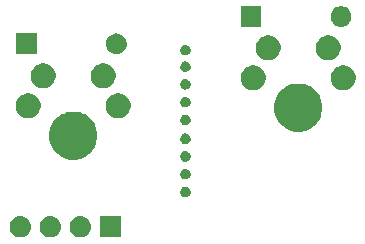
<source format=gbr>
G04 #@! TF.GenerationSoftware,KiCad,Pcbnew,(5.1.0)-1*
G04 #@! TF.CreationDate,2020-09-20T23:01:36+10:00*
G04 #@! TF.ProjectId,oddball,6f646462-616c-46c2-9e6b-696361645f70,rev?*
G04 #@! TF.SameCoordinates,Original*
G04 #@! TF.FileFunction,Soldermask,Top*
G04 #@! TF.FilePolarity,Negative*
%FSLAX46Y46*%
G04 Gerber Fmt 4.6, Leading zero omitted, Abs format (unit mm)*
G04 Created by KiCad (PCBNEW (5.1.0)-1) date 2020-09-20 23:01:36*
%MOMM*%
%LPD*%
G04 APERTURE LIST*
%ADD10C,0.150000*%
G04 APERTURE END LIST*
D10*
G36*
X214641000Y-115751000D02*
G01*
X212839000Y-115751000D01*
X212839000Y-113949000D01*
X214641000Y-113949000D01*
X214641000Y-115751000D01*
X214641000Y-115751000D01*
G37*
G36*
X206230443Y-113955519D02*
G01*
X206296627Y-113962037D01*
X206466466Y-114013557D01*
X206622991Y-114097222D01*
X206658729Y-114126552D01*
X206760186Y-114209814D01*
X206843448Y-114311271D01*
X206872778Y-114347009D01*
X206956443Y-114503534D01*
X207007963Y-114673373D01*
X207025359Y-114850000D01*
X207007963Y-115026627D01*
X206956443Y-115196466D01*
X206872778Y-115352991D01*
X206843448Y-115388729D01*
X206760186Y-115490186D01*
X206658729Y-115573448D01*
X206622991Y-115602778D01*
X206466466Y-115686443D01*
X206296627Y-115737963D01*
X206230442Y-115744482D01*
X206164260Y-115751000D01*
X206075740Y-115751000D01*
X206009558Y-115744482D01*
X205943373Y-115737963D01*
X205773534Y-115686443D01*
X205617009Y-115602778D01*
X205581271Y-115573448D01*
X205479814Y-115490186D01*
X205396552Y-115388729D01*
X205367222Y-115352991D01*
X205283557Y-115196466D01*
X205232037Y-115026627D01*
X205214641Y-114850000D01*
X205232037Y-114673373D01*
X205283557Y-114503534D01*
X205367222Y-114347009D01*
X205396552Y-114311271D01*
X205479814Y-114209814D01*
X205581271Y-114126552D01*
X205617009Y-114097222D01*
X205773534Y-114013557D01*
X205943373Y-113962037D01*
X206009557Y-113955519D01*
X206075740Y-113949000D01*
X206164260Y-113949000D01*
X206230443Y-113955519D01*
X206230443Y-113955519D01*
G37*
G36*
X208770443Y-113955519D02*
G01*
X208836627Y-113962037D01*
X209006466Y-114013557D01*
X209162991Y-114097222D01*
X209198729Y-114126552D01*
X209300186Y-114209814D01*
X209383448Y-114311271D01*
X209412778Y-114347009D01*
X209496443Y-114503534D01*
X209547963Y-114673373D01*
X209565359Y-114850000D01*
X209547963Y-115026627D01*
X209496443Y-115196466D01*
X209412778Y-115352991D01*
X209383448Y-115388729D01*
X209300186Y-115490186D01*
X209198729Y-115573448D01*
X209162991Y-115602778D01*
X209006466Y-115686443D01*
X208836627Y-115737963D01*
X208770442Y-115744482D01*
X208704260Y-115751000D01*
X208615740Y-115751000D01*
X208549558Y-115744482D01*
X208483373Y-115737963D01*
X208313534Y-115686443D01*
X208157009Y-115602778D01*
X208121271Y-115573448D01*
X208019814Y-115490186D01*
X207936552Y-115388729D01*
X207907222Y-115352991D01*
X207823557Y-115196466D01*
X207772037Y-115026627D01*
X207754641Y-114850000D01*
X207772037Y-114673373D01*
X207823557Y-114503534D01*
X207907222Y-114347009D01*
X207936552Y-114311271D01*
X208019814Y-114209814D01*
X208121271Y-114126552D01*
X208157009Y-114097222D01*
X208313534Y-114013557D01*
X208483373Y-113962037D01*
X208549557Y-113955519D01*
X208615740Y-113949000D01*
X208704260Y-113949000D01*
X208770443Y-113955519D01*
X208770443Y-113955519D01*
G37*
G36*
X211310443Y-113955519D02*
G01*
X211376627Y-113962037D01*
X211546466Y-114013557D01*
X211702991Y-114097222D01*
X211738729Y-114126552D01*
X211840186Y-114209814D01*
X211923448Y-114311271D01*
X211952778Y-114347009D01*
X212036443Y-114503534D01*
X212087963Y-114673373D01*
X212105359Y-114850000D01*
X212087963Y-115026627D01*
X212036443Y-115196466D01*
X211952778Y-115352991D01*
X211923448Y-115388729D01*
X211840186Y-115490186D01*
X211738729Y-115573448D01*
X211702991Y-115602778D01*
X211546466Y-115686443D01*
X211376627Y-115737963D01*
X211310442Y-115744482D01*
X211244260Y-115751000D01*
X211155740Y-115751000D01*
X211089558Y-115744482D01*
X211023373Y-115737963D01*
X210853534Y-115686443D01*
X210697009Y-115602778D01*
X210661271Y-115573448D01*
X210559814Y-115490186D01*
X210476552Y-115388729D01*
X210447222Y-115352991D01*
X210363557Y-115196466D01*
X210312037Y-115026627D01*
X210294641Y-114850000D01*
X210312037Y-114673373D01*
X210363557Y-114503534D01*
X210447222Y-114347009D01*
X210476552Y-114311271D01*
X210559814Y-114209814D01*
X210661271Y-114126552D01*
X210697009Y-114097222D01*
X210853534Y-114013557D01*
X211023373Y-113962037D01*
X211089557Y-113955519D01*
X211155740Y-113949000D01*
X211244260Y-113949000D01*
X211310443Y-113955519D01*
X211310443Y-113955519D01*
G37*
G36*
X220187176Y-111461735D02*
G01*
X220271002Y-111487164D01*
X220348257Y-111528457D01*
X220348258Y-111528458D01*
X220348260Y-111528459D01*
X220415972Y-111584028D01*
X220471541Y-111651740D01*
X220471543Y-111651743D01*
X220512836Y-111728998D01*
X220538265Y-111812824D01*
X220546851Y-111900000D01*
X220538265Y-111987176D01*
X220512836Y-112071002D01*
X220471543Y-112148257D01*
X220471541Y-112148260D01*
X220415972Y-112215972D01*
X220348260Y-112271541D01*
X220348258Y-112271542D01*
X220348257Y-112271543D01*
X220271002Y-112312836D01*
X220187176Y-112338265D01*
X220121840Y-112344700D01*
X220078160Y-112344700D01*
X220012824Y-112338265D01*
X219928998Y-112312836D01*
X219851743Y-112271543D01*
X219851742Y-112271542D01*
X219851740Y-112271541D01*
X219784028Y-112215972D01*
X219728459Y-112148260D01*
X219728457Y-112148257D01*
X219687164Y-112071002D01*
X219661735Y-111987176D01*
X219653149Y-111900000D01*
X219661735Y-111812824D01*
X219687164Y-111728998D01*
X219728457Y-111651743D01*
X219728459Y-111651740D01*
X219784028Y-111584028D01*
X219851740Y-111528459D01*
X219851742Y-111528458D01*
X219851743Y-111528457D01*
X219928998Y-111487164D01*
X220012824Y-111461735D01*
X220078160Y-111455300D01*
X220121840Y-111455300D01*
X220187176Y-111461735D01*
X220187176Y-111461735D01*
G37*
G36*
X220187176Y-109961735D02*
G01*
X220271002Y-109987164D01*
X220348257Y-110028457D01*
X220348258Y-110028458D01*
X220348260Y-110028459D01*
X220415972Y-110084028D01*
X220471541Y-110151740D01*
X220471543Y-110151743D01*
X220512836Y-110228998D01*
X220538265Y-110312824D01*
X220546851Y-110400000D01*
X220538265Y-110487176D01*
X220512836Y-110571002D01*
X220471543Y-110648257D01*
X220471541Y-110648260D01*
X220415972Y-110715972D01*
X220348260Y-110771541D01*
X220348258Y-110771542D01*
X220348257Y-110771543D01*
X220271002Y-110812836D01*
X220187176Y-110838265D01*
X220121840Y-110844700D01*
X220078160Y-110844700D01*
X220012824Y-110838265D01*
X219928998Y-110812836D01*
X219851743Y-110771543D01*
X219851742Y-110771542D01*
X219851740Y-110771541D01*
X219784028Y-110715972D01*
X219728459Y-110648260D01*
X219728457Y-110648257D01*
X219687164Y-110571002D01*
X219661735Y-110487176D01*
X219653149Y-110400000D01*
X219661735Y-110312824D01*
X219687164Y-110228998D01*
X219728457Y-110151743D01*
X219728459Y-110151740D01*
X219784028Y-110084028D01*
X219851740Y-110028459D01*
X219851742Y-110028458D01*
X219851743Y-110028457D01*
X219928998Y-109987164D01*
X220012824Y-109961735D01*
X220078160Y-109955300D01*
X220121840Y-109955300D01*
X220187176Y-109961735D01*
X220187176Y-109961735D01*
G37*
G36*
X220187176Y-108461735D02*
G01*
X220271002Y-108487164D01*
X220348257Y-108528457D01*
X220348258Y-108528458D01*
X220348260Y-108528459D01*
X220415972Y-108584028D01*
X220471541Y-108651740D01*
X220471543Y-108651743D01*
X220512836Y-108728998D01*
X220538265Y-108812824D01*
X220546851Y-108900000D01*
X220538265Y-108987176D01*
X220512836Y-109071002D01*
X220471543Y-109148257D01*
X220471541Y-109148260D01*
X220415972Y-109215972D01*
X220348260Y-109271541D01*
X220348258Y-109271542D01*
X220348257Y-109271543D01*
X220271002Y-109312836D01*
X220187176Y-109338265D01*
X220121840Y-109344700D01*
X220078160Y-109344700D01*
X220012824Y-109338265D01*
X219928998Y-109312836D01*
X219851743Y-109271543D01*
X219851742Y-109271542D01*
X219851740Y-109271541D01*
X219784028Y-109215972D01*
X219728459Y-109148260D01*
X219728457Y-109148257D01*
X219687164Y-109071002D01*
X219661735Y-108987176D01*
X219653149Y-108900000D01*
X219661735Y-108812824D01*
X219687164Y-108728998D01*
X219728457Y-108651743D01*
X219728459Y-108651740D01*
X219784028Y-108584028D01*
X219851740Y-108528459D01*
X219851742Y-108528458D01*
X219851743Y-108528457D01*
X219928998Y-108487164D01*
X220012824Y-108461735D01*
X220078160Y-108455300D01*
X220121840Y-108455300D01*
X220187176Y-108461735D01*
X220187176Y-108461735D01*
G37*
G36*
X211196474Y-105183684D02*
G01*
X211414474Y-105273983D01*
X211568623Y-105337833D01*
X211903548Y-105561623D01*
X212188377Y-105846452D01*
X212412167Y-106181377D01*
X212438396Y-106244700D01*
X212566316Y-106553526D01*
X212644900Y-106948594D01*
X212644900Y-107351406D01*
X212566316Y-107746474D01*
X212555932Y-107771543D01*
X212412167Y-108118623D01*
X212188377Y-108453548D01*
X211903548Y-108738377D01*
X211568623Y-108962167D01*
X211414474Y-109026017D01*
X211196474Y-109116316D01*
X210801406Y-109194900D01*
X210398594Y-109194900D01*
X210003526Y-109116316D01*
X209785526Y-109026017D01*
X209631377Y-108962167D01*
X209296452Y-108738377D01*
X209011623Y-108453548D01*
X208787833Y-108118623D01*
X208644068Y-107771543D01*
X208633684Y-107746474D01*
X208555100Y-107351406D01*
X208555100Y-106948594D01*
X208633684Y-106553526D01*
X208761604Y-106244700D01*
X208787833Y-106181377D01*
X209011623Y-105846452D01*
X209296452Y-105561623D01*
X209631377Y-105337833D01*
X209785526Y-105273983D01*
X210003526Y-105183684D01*
X210398594Y-105105100D01*
X210801406Y-105105100D01*
X211196474Y-105183684D01*
X211196474Y-105183684D01*
G37*
G36*
X220187176Y-106961735D02*
G01*
X220271002Y-106987164D01*
X220348257Y-107028457D01*
X220348258Y-107028458D01*
X220348260Y-107028459D01*
X220415972Y-107084028D01*
X220471541Y-107151740D01*
X220471543Y-107151743D01*
X220512836Y-107228998D01*
X220538265Y-107312824D01*
X220546851Y-107400000D01*
X220538265Y-107487176D01*
X220512836Y-107571002D01*
X220471543Y-107648257D01*
X220471541Y-107648260D01*
X220415972Y-107715972D01*
X220348260Y-107771541D01*
X220348258Y-107771542D01*
X220348257Y-107771543D01*
X220271002Y-107812836D01*
X220187176Y-107838265D01*
X220121840Y-107844700D01*
X220078160Y-107844700D01*
X220012824Y-107838265D01*
X219928998Y-107812836D01*
X219851743Y-107771543D01*
X219851742Y-107771542D01*
X219851740Y-107771541D01*
X219784028Y-107715972D01*
X219728459Y-107648260D01*
X219728457Y-107648257D01*
X219687164Y-107571002D01*
X219661735Y-107487176D01*
X219653149Y-107400000D01*
X219661735Y-107312824D01*
X219687164Y-107228998D01*
X219728457Y-107151743D01*
X219728459Y-107151740D01*
X219784028Y-107084028D01*
X219851740Y-107028459D01*
X219851742Y-107028458D01*
X219851743Y-107028457D01*
X219928998Y-106987164D01*
X220012824Y-106961735D01*
X220078160Y-106955300D01*
X220121840Y-106955300D01*
X220187176Y-106961735D01*
X220187176Y-106961735D01*
G37*
G36*
X230246474Y-102813684D02*
G01*
X230421941Y-102886365D01*
X230618623Y-102967833D01*
X230953548Y-103191623D01*
X231238377Y-103476452D01*
X231462167Y-103811377D01*
X231462167Y-103811378D01*
X231616316Y-104183526D01*
X231694900Y-104578594D01*
X231694900Y-104981406D01*
X231616316Y-105376474D01*
X231543718Y-105551740D01*
X231462167Y-105748623D01*
X231238377Y-106083548D01*
X230953548Y-106368377D01*
X230618623Y-106592167D01*
X230464474Y-106656017D01*
X230246474Y-106746316D01*
X229851406Y-106824900D01*
X229448594Y-106824900D01*
X229053526Y-106746316D01*
X228835526Y-106656017D01*
X228681377Y-106592167D01*
X228346452Y-106368377D01*
X228061623Y-106083548D01*
X227837833Y-105748623D01*
X227756282Y-105551740D01*
X227683684Y-105376474D01*
X227605100Y-104981406D01*
X227605100Y-104578594D01*
X227683684Y-104183526D01*
X227837833Y-103811378D01*
X227837833Y-103811377D01*
X228061623Y-103476452D01*
X228346452Y-103191623D01*
X228681377Y-102967833D01*
X228878059Y-102886365D01*
X229053526Y-102813684D01*
X229448594Y-102735100D01*
X229851406Y-102735100D01*
X230246474Y-102813684D01*
X230246474Y-102813684D01*
G37*
G36*
X220187176Y-105361735D02*
G01*
X220271002Y-105387164D01*
X220348257Y-105428457D01*
X220348258Y-105428458D01*
X220348260Y-105428459D01*
X220415972Y-105484028D01*
X220471541Y-105551740D01*
X220471543Y-105551743D01*
X220512836Y-105628998D01*
X220538265Y-105712824D01*
X220546851Y-105800000D01*
X220538265Y-105887176D01*
X220512836Y-105971002D01*
X220471543Y-106048257D01*
X220471541Y-106048260D01*
X220415972Y-106115972D01*
X220348260Y-106171541D01*
X220348258Y-106171542D01*
X220348257Y-106171543D01*
X220271002Y-106212836D01*
X220187176Y-106238265D01*
X220121840Y-106244700D01*
X220078160Y-106244700D01*
X220012824Y-106238265D01*
X219928998Y-106212836D01*
X219851743Y-106171543D01*
X219851742Y-106171542D01*
X219851740Y-106171541D01*
X219784028Y-106115972D01*
X219728459Y-106048260D01*
X219728457Y-106048257D01*
X219687164Y-105971002D01*
X219661735Y-105887176D01*
X219653149Y-105800000D01*
X219661735Y-105712824D01*
X219687164Y-105628998D01*
X219728457Y-105551743D01*
X219728459Y-105551740D01*
X219784028Y-105484028D01*
X219851740Y-105428459D01*
X219851742Y-105428458D01*
X219851743Y-105428457D01*
X219928998Y-105387164D01*
X220012824Y-105361735D01*
X220078160Y-105355300D01*
X220121840Y-105355300D01*
X220187176Y-105361735D01*
X220187176Y-105361735D01*
G37*
G36*
X214716564Y-103599389D02*
G01*
X214907833Y-103678615D01*
X214907835Y-103678616D01*
X215079973Y-103793635D01*
X215226365Y-103940027D01*
X215255766Y-103984028D01*
X215341385Y-104112167D01*
X215420611Y-104303436D01*
X215461000Y-104506484D01*
X215461000Y-104713516D01*
X215420611Y-104916564D01*
X215342517Y-105105100D01*
X215341384Y-105107835D01*
X215226365Y-105279973D01*
X215079973Y-105426365D01*
X214907835Y-105541384D01*
X214907834Y-105541385D01*
X214907833Y-105541385D01*
X214716564Y-105620611D01*
X214513516Y-105661000D01*
X214306484Y-105661000D01*
X214103436Y-105620611D01*
X213912167Y-105541385D01*
X213912166Y-105541385D01*
X213912165Y-105541384D01*
X213740027Y-105426365D01*
X213593635Y-105279973D01*
X213478616Y-105107835D01*
X213477483Y-105105100D01*
X213399389Y-104916564D01*
X213359000Y-104713516D01*
X213359000Y-104506484D01*
X213399389Y-104303436D01*
X213478615Y-104112167D01*
X213564235Y-103984028D01*
X213593635Y-103940027D01*
X213740027Y-103793635D01*
X213912165Y-103678616D01*
X213912167Y-103678615D01*
X214103436Y-103599389D01*
X214306484Y-103559000D01*
X214513516Y-103559000D01*
X214716564Y-103599389D01*
X214716564Y-103599389D01*
G37*
G36*
X207096564Y-103599389D02*
G01*
X207287833Y-103678615D01*
X207287835Y-103678616D01*
X207459973Y-103793635D01*
X207606365Y-103940027D01*
X207635766Y-103984028D01*
X207721385Y-104112167D01*
X207800611Y-104303436D01*
X207841000Y-104506484D01*
X207841000Y-104713516D01*
X207800611Y-104916564D01*
X207722517Y-105105100D01*
X207721384Y-105107835D01*
X207606365Y-105279973D01*
X207459973Y-105426365D01*
X207287835Y-105541384D01*
X207287834Y-105541385D01*
X207287833Y-105541385D01*
X207096564Y-105620611D01*
X206893516Y-105661000D01*
X206686484Y-105661000D01*
X206483436Y-105620611D01*
X206292167Y-105541385D01*
X206292166Y-105541385D01*
X206292165Y-105541384D01*
X206120027Y-105426365D01*
X205973635Y-105279973D01*
X205858616Y-105107835D01*
X205857483Y-105105100D01*
X205779389Y-104916564D01*
X205739000Y-104713516D01*
X205739000Y-104506484D01*
X205779389Y-104303436D01*
X205858615Y-104112167D01*
X205944235Y-103984028D01*
X205973635Y-103940027D01*
X206120027Y-103793635D01*
X206292165Y-103678616D01*
X206292167Y-103678615D01*
X206483436Y-103599389D01*
X206686484Y-103559000D01*
X206893516Y-103559000D01*
X207096564Y-103599389D01*
X207096564Y-103599389D01*
G37*
G36*
X220187176Y-103861735D02*
G01*
X220271002Y-103887164D01*
X220348257Y-103928457D01*
X220348258Y-103928458D01*
X220348260Y-103928459D01*
X220415972Y-103984028D01*
X220471541Y-104051740D01*
X220471543Y-104051743D01*
X220512836Y-104128998D01*
X220538265Y-104212824D01*
X220546851Y-104300000D01*
X220538265Y-104387176D01*
X220512836Y-104471002D01*
X220471543Y-104548257D01*
X220471541Y-104548260D01*
X220415972Y-104615972D01*
X220348260Y-104671541D01*
X220348258Y-104671542D01*
X220348257Y-104671543D01*
X220271002Y-104712836D01*
X220187176Y-104738265D01*
X220121840Y-104744700D01*
X220078160Y-104744700D01*
X220012824Y-104738265D01*
X219928998Y-104712836D01*
X219851743Y-104671543D01*
X219851742Y-104671542D01*
X219851740Y-104671541D01*
X219784028Y-104615972D01*
X219728459Y-104548260D01*
X219728457Y-104548257D01*
X219687164Y-104471002D01*
X219661735Y-104387176D01*
X219653149Y-104300000D01*
X219661735Y-104212824D01*
X219687164Y-104128998D01*
X219728457Y-104051743D01*
X219728459Y-104051740D01*
X219784028Y-103984028D01*
X219851740Y-103928459D01*
X219851742Y-103928458D01*
X219851743Y-103928457D01*
X219928998Y-103887164D01*
X220012824Y-103861735D01*
X220078160Y-103855300D01*
X220121840Y-103855300D01*
X220187176Y-103861735D01*
X220187176Y-103861735D01*
G37*
G36*
X233766564Y-101229389D02*
G01*
X233937034Y-101300000D01*
X233957835Y-101308616D01*
X234129973Y-101423635D01*
X234276365Y-101570027D01*
X234344195Y-101671541D01*
X234391385Y-101742167D01*
X234470611Y-101933436D01*
X234511000Y-102136484D01*
X234511000Y-102343516D01*
X234470611Y-102546564D01*
X234436465Y-102628999D01*
X234391384Y-102737835D01*
X234276365Y-102909973D01*
X234129973Y-103056365D01*
X233957835Y-103171384D01*
X233957834Y-103171385D01*
X233957833Y-103171385D01*
X233766564Y-103250611D01*
X233563516Y-103291000D01*
X233356484Y-103291000D01*
X233153436Y-103250611D01*
X232962167Y-103171385D01*
X232962166Y-103171385D01*
X232962165Y-103171384D01*
X232790027Y-103056365D01*
X232643635Y-102909973D01*
X232528616Y-102737835D01*
X232483535Y-102628999D01*
X232449389Y-102546564D01*
X232409000Y-102343516D01*
X232409000Y-102136484D01*
X232449389Y-101933436D01*
X232528615Y-101742167D01*
X232575806Y-101671541D01*
X232643635Y-101570027D01*
X232790027Y-101423635D01*
X232962165Y-101308616D01*
X232982966Y-101300000D01*
X233153436Y-101229389D01*
X233356484Y-101189000D01*
X233563516Y-101189000D01*
X233766564Y-101229389D01*
X233766564Y-101229389D01*
G37*
G36*
X226146564Y-101229389D02*
G01*
X226317034Y-101300000D01*
X226337835Y-101308616D01*
X226509973Y-101423635D01*
X226656365Y-101570027D01*
X226724195Y-101671541D01*
X226771385Y-101742167D01*
X226850611Y-101933436D01*
X226891000Y-102136484D01*
X226891000Y-102343516D01*
X226850611Y-102546564D01*
X226816465Y-102628999D01*
X226771384Y-102737835D01*
X226656365Y-102909973D01*
X226509973Y-103056365D01*
X226337835Y-103171384D01*
X226337834Y-103171385D01*
X226337833Y-103171385D01*
X226146564Y-103250611D01*
X225943516Y-103291000D01*
X225736484Y-103291000D01*
X225533436Y-103250611D01*
X225342167Y-103171385D01*
X225342166Y-103171385D01*
X225342165Y-103171384D01*
X225170027Y-103056365D01*
X225023635Y-102909973D01*
X224908616Y-102737835D01*
X224863535Y-102628999D01*
X224829389Y-102546564D01*
X224789000Y-102343516D01*
X224789000Y-102136484D01*
X224829389Y-101933436D01*
X224908615Y-101742167D01*
X224955806Y-101671541D01*
X225023635Y-101570027D01*
X225170027Y-101423635D01*
X225342165Y-101308616D01*
X225362966Y-101300000D01*
X225533436Y-101229389D01*
X225736484Y-101189000D01*
X225943516Y-101189000D01*
X226146564Y-101229389D01*
X226146564Y-101229389D01*
G37*
G36*
X220187176Y-102361735D02*
G01*
X220271002Y-102387164D01*
X220348257Y-102428457D01*
X220348258Y-102428458D01*
X220348260Y-102428459D01*
X220415972Y-102484028D01*
X220471541Y-102551740D01*
X220471543Y-102551743D01*
X220512836Y-102628998D01*
X220538265Y-102712824D01*
X220546851Y-102800000D01*
X220538265Y-102887176D01*
X220512836Y-102971002D01*
X220496596Y-103001385D01*
X220471541Y-103048260D01*
X220415972Y-103115972D01*
X220348260Y-103171541D01*
X220348258Y-103171542D01*
X220348257Y-103171543D01*
X220271002Y-103212836D01*
X220187176Y-103238265D01*
X220121840Y-103244700D01*
X220078160Y-103244700D01*
X220012824Y-103238265D01*
X219928998Y-103212836D01*
X219851743Y-103171543D01*
X219851742Y-103171542D01*
X219851740Y-103171541D01*
X219784028Y-103115972D01*
X219728459Y-103048260D01*
X219703404Y-103001385D01*
X219687164Y-102971002D01*
X219661735Y-102887176D01*
X219653149Y-102800000D01*
X219661735Y-102712824D01*
X219687164Y-102628998D01*
X219728457Y-102551743D01*
X219728459Y-102551740D01*
X219784028Y-102484028D01*
X219851740Y-102428459D01*
X219851742Y-102428458D01*
X219851743Y-102428457D01*
X219928998Y-102387164D01*
X220012824Y-102361735D01*
X220078160Y-102355300D01*
X220121840Y-102355300D01*
X220187176Y-102361735D01*
X220187176Y-102361735D01*
G37*
G36*
X213446564Y-101059389D02*
G01*
X213637833Y-101138615D01*
X213637835Y-101138616D01*
X213713240Y-101189000D01*
X213809973Y-101253635D01*
X213956365Y-101400027D01*
X214071385Y-101572167D01*
X214150611Y-101763436D01*
X214191000Y-101966484D01*
X214191000Y-102173516D01*
X214150611Y-102376564D01*
X214071385Y-102567833D01*
X214071384Y-102567835D01*
X213956365Y-102739973D01*
X213809973Y-102886365D01*
X213637835Y-103001384D01*
X213637834Y-103001385D01*
X213637833Y-103001385D01*
X213446564Y-103080611D01*
X213243516Y-103121000D01*
X213036484Y-103121000D01*
X212833436Y-103080611D01*
X212642167Y-103001385D01*
X212642166Y-103001385D01*
X212642165Y-103001384D01*
X212470027Y-102886365D01*
X212323635Y-102739973D01*
X212208616Y-102567835D01*
X212208615Y-102567833D01*
X212129389Y-102376564D01*
X212089000Y-102173516D01*
X212089000Y-101966484D01*
X212129389Y-101763436D01*
X212208615Y-101572167D01*
X212323635Y-101400027D01*
X212470027Y-101253635D01*
X212566760Y-101189000D01*
X212642165Y-101138616D01*
X212642167Y-101138615D01*
X212833436Y-101059389D01*
X213036484Y-101019000D01*
X213243516Y-101019000D01*
X213446564Y-101059389D01*
X213446564Y-101059389D01*
G37*
G36*
X208366564Y-101059389D02*
G01*
X208557833Y-101138615D01*
X208557835Y-101138616D01*
X208633240Y-101189000D01*
X208729973Y-101253635D01*
X208876365Y-101400027D01*
X208991385Y-101572167D01*
X209070611Y-101763436D01*
X209111000Y-101966484D01*
X209111000Y-102173516D01*
X209070611Y-102376564D01*
X208991385Y-102567833D01*
X208991384Y-102567835D01*
X208876365Y-102739973D01*
X208729973Y-102886365D01*
X208557835Y-103001384D01*
X208557834Y-103001385D01*
X208557833Y-103001385D01*
X208366564Y-103080611D01*
X208163516Y-103121000D01*
X207956484Y-103121000D01*
X207753436Y-103080611D01*
X207562167Y-103001385D01*
X207562166Y-103001385D01*
X207562165Y-103001384D01*
X207390027Y-102886365D01*
X207243635Y-102739973D01*
X207128616Y-102567835D01*
X207128615Y-102567833D01*
X207049389Y-102376564D01*
X207009000Y-102173516D01*
X207009000Y-101966484D01*
X207049389Y-101763436D01*
X207128615Y-101572167D01*
X207243635Y-101400027D01*
X207390027Y-101253635D01*
X207486760Y-101189000D01*
X207562165Y-101138616D01*
X207562167Y-101138615D01*
X207753436Y-101059389D01*
X207956484Y-101019000D01*
X208163516Y-101019000D01*
X208366564Y-101059389D01*
X208366564Y-101059389D01*
G37*
G36*
X220187176Y-100861735D02*
G01*
X220271002Y-100887164D01*
X220348257Y-100928457D01*
X220348258Y-100928458D01*
X220348260Y-100928459D01*
X220415972Y-100984028D01*
X220471541Y-101051740D01*
X220471543Y-101051743D01*
X220512836Y-101128998D01*
X220538265Y-101212824D01*
X220546851Y-101300000D01*
X220538265Y-101387176D01*
X220512836Y-101471002D01*
X220471543Y-101548257D01*
X220471541Y-101548260D01*
X220415972Y-101615972D01*
X220348260Y-101671541D01*
X220348258Y-101671542D01*
X220348257Y-101671543D01*
X220271002Y-101712836D01*
X220187176Y-101738265D01*
X220121840Y-101744700D01*
X220078160Y-101744700D01*
X220012824Y-101738265D01*
X219928998Y-101712836D01*
X219851743Y-101671543D01*
X219851742Y-101671542D01*
X219851740Y-101671541D01*
X219784028Y-101615972D01*
X219728459Y-101548260D01*
X219728457Y-101548257D01*
X219687164Y-101471002D01*
X219661735Y-101387176D01*
X219653149Y-101300000D01*
X219661735Y-101212824D01*
X219687164Y-101128998D01*
X219728457Y-101051743D01*
X219728459Y-101051740D01*
X219784028Y-100984028D01*
X219851740Y-100928459D01*
X219851742Y-100928458D01*
X219851743Y-100928457D01*
X219928998Y-100887164D01*
X220012824Y-100861735D01*
X220078160Y-100855300D01*
X220121840Y-100855300D01*
X220187176Y-100861735D01*
X220187176Y-100861735D01*
G37*
G36*
X227416564Y-98689389D02*
G01*
X227607833Y-98768615D01*
X227607835Y-98768616D01*
X227671662Y-98811264D01*
X227779973Y-98883635D01*
X227926365Y-99030027D01*
X228041385Y-99202167D01*
X228120611Y-99393436D01*
X228161000Y-99596484D01*
X228161000Y-99803516D01*
X228120611Y-100006564D01*
X228041385Y-100197833D01*
X228041384Y-100197835D01*
X227926365Y-100369973D01*
X227779973Y-100516365D01*
X227607835Y-100631384D01*
X227607834Y-100631385D01*
X227607833Y-100631385D01*
X227416564Y-100710611D01*
X227213516Y-100751000D01*
X227006484Y-100751000D01*
X226803436Y-100710611D01*
X226612167Y-100631385D01*
X226612166Y-100631385D01*
X226612165Y-100631384D01*
X226440027Y-100516365D01*
X226293635Y-100369973D01*
X226178616Y-100197835D01*
X226178615Y-100197833D01*
X226099389Y-100006564D01*
X226059000Y-99803516D01*
X226059000Y-99596484D01*
X226099389Y-99393436D01*
X226178615Y-99202167D01*
X226293635Y-99030027D01*
X226440027Y-98883635D01*
X226548338Y-98811264D01*
X226612165Y-98768616D01*
X226612167Y-98768615D01*
X226803436Y-98689389D01*
X227006484Y-98649000D01*
X227213516Y-98649000D01*
X227416564Y-98689389D01*
X227416564Y-98689389D01*
G37*
G36*
X232496564Y-98689389D02*
G01*
X232687833Y-98768615D01*
X232687835Y-98768616D01*
X232751662Y-98811264D01*
X232859973Y-98883635D01*
X233006365Y-99030027D01*
X233121385Y-99202167D01*
X233200611Y-99393436D01*
X233241000Y-99596484D01*
X233241000Y-99803516D01*
X233200611Y-100006564D01*
X233121385Y-100197833D01*
X233121384Y-100197835D01*
X233006365Y-100369973D01*
X232859973Y-100516365D01*
X232687835Y-100631384D01*
X232687834Y-100631385D01*
X232687833Y-100631385D01*
X232496564Y-100710611D01*
X232293516Y-100751000D01*
X232086484Y-100751000D01*
X231883436Y-100710611D01*
X231692167Y-100631385D01*
X231692166Y-100631385D01*
X231692165Y-100631384D01*
X231520027Y-100516365D01*
X231373635Y-100369973D01*
X231258616Y-100197835D01*
X231258615Y-100197833D01*
X231179389Y-100006564D01*
X231139000Y-99803516D01*
X231139000Y-99596484D01*
X231179389Y-99393436D01*
X231258615Y-99202167D01*
X231373635Y-99030027D01*
X231520027Y-98883635D01*
X231628338Y-98811264D01*
X231692165Y-98768616D01*
X231692167Y-98768615D01*
X231883436Y-98689389D01*
X232086484Y-98649000D01*
X232293516Y-98649000D01*
X232496564Y-98689389D01*
X232496564Y-98689389D01*
G37*
G36*
X220187176Y-99461735D02*
G01*
X220271002Y-99487164D01*
X220348257Y-99528457D01*
X220348258Y-99528458D01*
X220348260Y-99528459D01*
X220415972Y-99584028D01*
X220471541Y-99651740D01*
X220471543Y-99651743D01*
X220512836Y-99728998D01*
X220538265Y-99812824D01*
X220546851Y-99900000D01*
X220538265Y-99987176D01*
X220512836Y-100071002D01*
X220472351Y-100146745D01*
X220471541Y-100148260D01*
X220415972Y-100215972D01*
X220348260Y-100271541D01*
X220348258Y-100271542D01*
X220348257Y-100271543D01*
X220271002Y-100312836D01*
X220187176Y-100338265D01*
X220121840Y-100344700D01*
X220078160Y-100344700D01*
X220012824Y-100338265D01*
X219928998Y-100312836D01*
X219851743Y-100271543D01*
X219851742Y-100271542D01*
X219851740Y-100271541D01*
X219784028Y-100215972D01*
X219728459Y-100148260D01*
X219727649Y-100146745D01*
X219687164Y-100071002D01*
X219661735Y-99987176D01*
X219653149Y-99900000D01*
X219661735Y-99812824D01*
X219687164Y-99728998D01*
X219728457Y-99651743D01*
X219728459Y-99651740D01*
X219784028Y-99584028D01*
X219851740Y-99528459D01*
X219851742Y-99528458D01*
X219851743Y-99528457D01*
X219928998Y-99487164D01*
X220012824Y-99461735D01*
X220078160Y-99455300D01*
X220121840Y-99455300D01*
X220187176Y-99461735D01*
X220187176Y-99461735D01*
G37*
G36*
X207516500Y-100246500D02*
G01*
X205763500Y-100246500D01*
X205763500Y-98493500D01*
X207516500Y-98493500D01*
X207516500Y-100246500D01*
X207516500Y-100246500D01*
G37*
G36*
X214430997Y-98510341D02*
G01*
X214515666Y-98527183D01*
X214581738Y-98554551D01*
X214675177Y-98593255D01*
X214818736Y-98689178D01*
X214940822Y-98811264D01*
X215036745Y-98954823D01*
X215102817Y-99114335D01*
X215136500Y-99283671D01*
X215136500Y-99456329D01*
X215122153Y-99528457D01*
X215102817Y-99625666D01*
X215092015Y-99651743D01*
X215036745Y-99785177D01*
X214940822Y-99928736D01*
X214818736Y-100050822D01*
X214675177Y-100146745D01*
X214581738Y-100185449D01*
X214515666Y-100212817D01*
X214430997Y-100229659D01*
X214346329Y-100246500D01*
X214173671Y-100246500D01*
X214089003Y-100229658D01*
X214004334Y-100212817D01*
X213938262Y-100185449D01*
X213844823Y-100146745D01*
X213701264Y-100050822D01*
X213579178Y-99928736D01*
X213483255Y-99785177D01*
X213427985Y-99651743D01*
X213417183Y-99625666D01*
X213397847Y-99528457D01*
X213383500Y-99456329D01*
X213383500Y-99283671D01*
X213417183Y-99114335D01*
X213483255Y-98954823D01*
X213579178Y-98811264D01*
X213701264Y-98689178D01*
X213844823Y-98593255D01*
X213938262Y-98554551D01*
X214004334Y-98527183D01*
X214089003Y-98510341D01*
X214173671Y-98493500D01*
X214346329Y-98493500D01*
X214430997Y-98510341D01*
X214430997Y-98510341D01*
G37*
G36*
X226536500Y-97936500D02*
G01*
X224783500Y-97936500D01*
X224783500Y-96183500D01*
X226536500Y-96183500D01*
X226536500Y-97936500D01*
X226536500Y-97936500D01*
G37*
G36*
X233450997Y-96200342D02*
G01*
X233535666Y-96217183D01*
X233601738Y-96244551D01*
X233695177Y-96283255D01*
X233838736Y-96379178D01*
X233960822Y-96501264D01*
X234056745Y-96644823D01*
X234122817Y-96804335D01*
X234156500Y-96973671D01*
X234156500Y-97146329D01*
X234122817Y-97315665D01*
X234056745Y-97475177D01*
X233960822Y-97618736D01*
X233838736Y-97740822D01*
X233695177Y-97836745D01*
X233601738Y-97875449D01*
X233535666Y-97902817D01*
X233450997Y-97919659D01*
X233366329Y-97936500D01*
X233193671Y-97936500D01*
X233109003Y-97919659D01*
X233024334Y-97902817D01*
X232958262Y-97875449D01*
X232864823Y-97836745D01*
X232721264Y-97740822D01*
X232599178Y-97618736D01*
X232503255Y-97475177D01*
X232437183Y-97315665D01*
X232403500Y-97146329D01*
X232403500Y-96973671D01*
X232437183Y-96804335D01*
X232503255Y-96644823D01*
X232599178Y-96501264D01*
X232721264Y-96379178D01*
X232864823Y-96283255D01*
X232958262Y-96244551D01*
X233024334Y-96217183D01*
X233109003Y-96200342D01*
X233193671Y-96183500D01*
X233366329Y-96183500D01*
X233450997Y-96200342D01*
X233450997Y-96200342D01*
G37*
M02*

</source>
